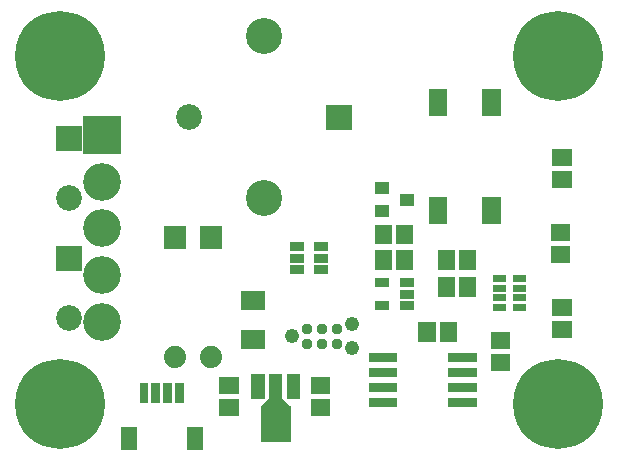
<source format=gbr>
G04 start of page 7 for group -4063 idx -4063 *
G04 Title: (unknown), componentmask *
G04 Creator: pcb 4.0.2 *
G04 CreationDate: Mon Nov 22 04:11:08 2021 UTC *
G04 For: ndholmes *
G04 Format: Gerber/RS-274X *
G04 PCB-Dimensions (mil): 2000.00 1500.00 *
G04 PCB-Coordinate-Origin: lower left *
%MOIN*%
%FSLAX25Y25*%
%LNTOPMASK*%
%ADD59C,0.0370*%
%ADD58C,0.0740*%
%ADD57C,0.0860*%
%ADD56C,0.1260*%
%ADD55C,0.0490*%
%ADD54C,0.1200*%
%ADD53C,0.2997*%
%ADD52C,0.0001*%
G54D52*G36*
X105700Y116800D02*Y108200D01*
X114300D01*
Y116800D01*
X105700D01*
G37*
G54D53*X183000Y133000D03*
G54D54*X85000Y139500D03*
G54D55*X94500Y39500D03*
X114500Y43500D03*
Y35500D03*
G54D53*X183000Y17000D03*
G54D56*X31000Y75500D03*
Y59900D03*
Y44300D03*
G54D52*G36*
X24700Y113000D02*Y100400D01*
X37300D01*
Y113000D01*
X24700D01*
G37*
G54D56*X31000Y91100D03*
G54D52*G36*
X15700Y109800D02*Y101200D01*
X24300D01*
Y109800D01*
X15700D01*
G37*
G54D57*X20000Y85500D03*
G54D53*X17000Y133000D03*
G54D52*G36*
X15700Y69800D02*Y61200D01*
X24300D01*
Y69800D01*
X15700D01*
G37*
G54D57*X20000Y45500D03*
G54D53*X17000Y17000D03*
G54D58*X67500Y32500D03*
X55500D03*
G54D57*X60000Y112500D03*
G54D54*X85000Y85500D03*
G54D52*G36*
X63800Y76200D02*Y68800D01*
X71200D01*
Y76200D01*
X63800D01*
G37*
G36*
X51800D02*Y68800D01*
X59200D01*
Y76200D01*
X51800D01*
G37*
G36*
X180748Y69816D02*Y64098D01*
X187252D01*
Y69816D01*
X180748D01*
G37*
G36*
Y76902D02*Y71184D01*
X187252D01*
Y76902D01*
X180748D01*
G37*
G36*
X181248Y94816D02*Y89098D01*
X187752D01*
Y94816D01*
X181248D01*
G37*
G36*
Y101902D02*Y96184D01*
X187752D01*
Y101902D01*
X181248D01*
G37*
G36*
Y44816D02*Y39098D01*
X187752D01*
Y44816D01*
X181248D01*
G37*
G36*
Y51902D02*Y46184D01*
X187752D01*
Y51902D01*
X181248D01*
G37*
G36*
X168276Y50412D02*Y48140D01*
X172420D01*
Y50412D01*
X168276D01*
G37*
G36*
Y53562D02*Y51288D01*
X172420D01*
Y53562D01*
X168276D01*
G37*
G36*
Y56712D02*Y54438D01*
X172420D01*
Y56712D01*
X168276D01*
G37*
G36*
Y59860D02*Y57588D01*
X172420D01*
Y59860D01*
X168276D01*
G37*
G36*
X122200Y59000D02*Y56000D01*
X126800D01*
Y59000D01*
X122200D01*
G37*
G36*
Y51200D02*Y48200D01*
X126800D01*
Y51200D01*
X122200D01*
G37*
G36*
X130400D02*Y48200D01*
X135000D01*
Y51200D01*
X130400D01*
G37*
G36*
Y55100D02*Y52100D01*
X135000D01*
Y55100D01*
X130400D01*
G37*
G36*
Y59000D02*Y56000D01*
X135000D01*
Y59000D01*
X130400D01*
G37*
G36*
X127816Y76752D02*X122098D01*
Y70248D01*
X127816D01*
Y76752D01*
G37*
G36*
X122200Y91000D02*Y87000D01*
X126800D01*
Y91000D01*
X122200D01*
G37*
G36*
Y83200D02*Y79200D01*
X126800D01*
Y83200D01*
X122200D01*
G37*
G36*
X134902Y76752D02*X129184D01*
Y70248D01*
X134902D01*
Y76752D01*
G37*
G36*
X130400Y87100D02*Y83100D01*
X135000D01*
Y87100D01*
X130400D01*
G37*
G36*
X146150Y86000D02*X140050D01*
Y77100D01*
X146150D01*
Y86000D01*
G37*
G36*
Y121900D02*X140050D01*
Y113000D01*
X146150D01*
Y121900D01*
G37*
G36*
X134902Y68252D02*X129184D01*
Y61748D01*
X134902D01*
Y68252D01*
G37*
G36*
X127816D02*X122098D01*
Y61748D01*
X127816D01*
Y68252D01*
G37*
G36*
X142316Y44252D02*X136598D01*
Y37748D01*
X142316D01*
Y44252D01*
G37*
G36*
X120000Y34000D02*Y31000D01*
X129500D01*
Y34000D01*
X120000D01*
G37*
G36*
Y29000D02*Y26000D01*
X129500D01*
Y29000D01*
X120000D01*
G37*
G36*
Y24000D02*Y21000D01*
X129500D01*
Y24000D01*
X120000D01*
G37*
G36*
Y19000D02*Y16000D01*
X129500D01*
Y19000D01*
X120000D01*
G37*
G54D59*X109500Y37000D03*
G54D52*G36*
X146500Y19000D02*Y16000D01*
X156000D01*
Y19000D01*
X146500D01*
G37*
G36*
Y24000D02*Y21000D01*
X156000D01*
Y24000D01*
X146500D01*
G37*
G36*
Y29000D02*Y26000D01*
X156000D01*
Y29000D01*
X146500D01*
G37*
G36*
Y34000D02*Y31000D01*
X156000D01*
Y34000D01*
X146500D01*
G37*
G36*
X160748Y33816D02*Y28098D01*
X167252D01*
Y33816D01*
X160748D01*
G37*
G36*
Y40902D02*Y35184D01*
X167252D01*
Y40902D01*
X160748D01*
G37*
G36*
X148816Y68252D02*X143098D01*
Y61748D01*
X148816D01*
Y68252D01*
G37*
G36*
Y59252D02*X143098D01*
Y52748D01*
X148816D01*
Y59252D01*
G37*
G36*
X149402Y44252D02*X143684D01*
Y37748D01*
X149402D01*
Y44252D01*
G37*
G36*
X155902Y68252D02*X150184D01*
Y61748D01*
X155902D01*
Y68252D01*
G37*
G36*
Y59252D02*X150184D01*
Y52748D01*
X155902D01*
Y59252D01*
G37*
G36*
X161580Y59860D02*Y57588D01*
X165724D01*
Y59860D01*
X161580D01*
G37*
G36*
Y56712D02*Y54438D01*
X165724D01*
Y56712D01*
X161580D01*
G37*
G36*
Y53562D02*Y51288D01*
X165724D01*
Y53562D01*
X161580D01*
G37*
G36*
Y50412D02*Y48140D01*
X165724D01*
Y50412D01*
X161580D01*
G37*
G36*
X163950Y86000D02*X157850D01*
Y77100D01*
X163950D01*
Y86000D01*
G37*
G36*
Y121900D02*X157850D01*
Y113000D01*
X163950D01*
Y121900D01*
G37*
G54D59*X99500Y37000D03*
Y42000D03*
X104500Y37000D03*
Y42000D03*
X109500D03*
G54D52*G36*
X77450Y54550D02*Y48450D01*
X85550D01*
Y54550D01*
X77450D01*
G37*
G36*
Y41550D02*Y35450D01*
X85550D01*
Y41550D01*
X77450D01*
G37*
G36*
X93700Y71000D02*Y68000D01*
X98300D01*
Y71000D01*
X93700D01*
G37*
G36*
Y67100D02*Y64100D01*
X98300D01*
Y67100D01*
X93700D01*
G37*
G36*
Y63200D02*Y60200D01*
X98300D01*
Y63200D01*
X93700D01*
G37*
G36*
X101900D02*Y60200D01*
X106500D01*
Y63200D01*
X101900D01*
G37*
G36*
Y67100D02*Y64100D01*
X106500D01*
Y67100D01*
X101900D01*
G37*
G36*
Y71000D02*Y68000D01*
X106500D01*
Y71000D01*
X101900D01*
G37*
G36*
X100748Y25902D02*Y20184D01*
X107252D01*
Y25902D01*
X100748D01*
G37*
G36*
X97096Y27095D02*X92716D01*
Y18621D01*
X97096D01*
Y27095D01*
G37*
G36*
X100748Y18816D02*Y13098D01*
X107252D01*
Y18816D01*
X100748D01*
G37*
G36*
X70248Y25902D02*Y20184D01*
X76752D01*
Y25902D01*
X70248D01*
G37*
G36*
Y18816D02*Y13098D01*
X76752D01*
Y18816D01*
X70248D01*
G37*
G36*
X91190Y27095D02*X86810D01*
Y10905D01*
X91190D01*
Y27095D01*
G37*
G36*
X94025Y16386D02*X83975D01*
Y4446D01*
X94025D01*
Y16386D01*
G37*
G36*
X90885Y19350D02*X89041Y17506D01*
X92305Y14242D01*
X94149Y16086D01*
X90885Y19350D01*
G37*
G36*
X88959Y17506D02*X87115Y19350D01*
X83851Y16086D01*
X85695Y14242D01*
X88959Y17506D01*
G37*
G36*
X85284Y27095D02*X80904D01*
Y18621D01*
X85284D01*
Y27095D01*
G37*
G36*
X46599Y24107D02*X43637D01*
Y17405D01*
X46599D01*
Y24107D01*
G37*
G36*
X50536D02*X47574D01*
Y17405D01*
X50536D01*
Y24107D01*
G37*
G36*
X54473D02*X51511D01*
Y17405D01*
X54473D01*
Y24107D01*
G37*
G36*
X58410D02*X55448D01*
Y17405D01*
X58410D01*
Y24107D01*
G37*
G36*
X42662Y9343D02*X37338D01*
Y1657D01*
X42662D01*
Y9343D01*
G37*
G36*
X64709D02*X59385D01*
Y1657D01*
X64709D01*
Y9343D01*
G37*
M02*

</source>
